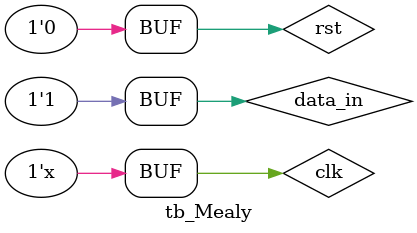
<source format=v>
module tb_Mealy();
  reg clk;
  reg rst;
  reg data_in;
  wire data_out;
  wire [5:0] state;
  wire[5:0] next_state;
  
  Mealy uut(.clk(clk),
            .rst(rst),
            .data_in(data_in),
            .data_out(data_out),
            .state(state),
            .next_state(next_state));
  
  always #5 clk=~clk;
  
  initial begin
    clk=0;
    rst=1;
    
    #15;
    rst=0;
    data_in=1'b1;
    
    #10;
    data_in=1'b1;
    
    #10;
    data_in=1'b1;
    
    #10;
    data_in=1'b0;
    
    #10;
    data_in=1'b1;
    
    #10;
    data_in=1'b1;
    
    #10;
    data_in=1'b1;
  end
endmodule
</source>
